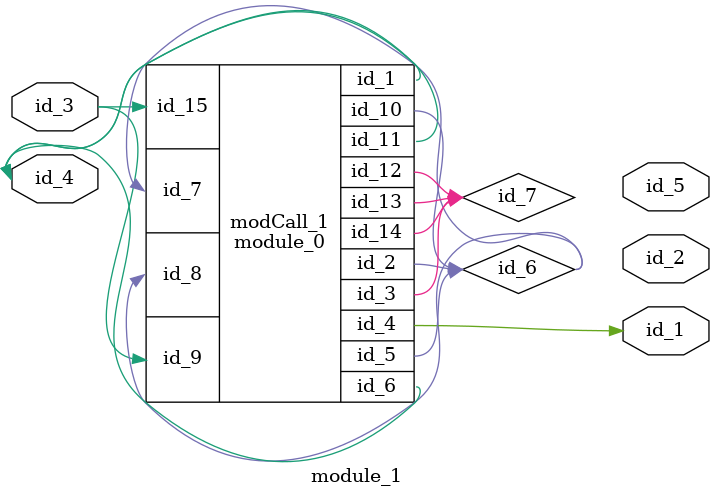
<source format=v>
module module_0 (
    id_1,
    id_2,
    id_3,
    id_4,
    id_5,
    id_6,
    id_7,
    id_8,
    id_9,
    id_10,
    id_11,
    id_12,
    id_13,
    id_14,
    id_15
);
  input wire id_15;
  inout wire id_14;
  output wire id_13;
  inout wire id_12;
  output wire id_11;
  inout wire id_10;
  input wire id_9;
  input wire id_8;
  input wire id_7;
  inout wire id_6;
  output wire id_5;
  output wire id_4;
  inout wire id_3;
  inout wire id_2;
  output wire id_1;
  wire id_16;
endmodule
module module_1 (
    id_1,
    id_2,
    id_3,
    id_4,
    id_5
);
  output wire id_5;
  inout wire id_4;
  input wire id_3;
  output wire id_2;
  output wire id_1;
  wire id_6;
  wire id_7;
  module_0 modCall_1 (
      id_4,
      id_6,
      id_7,
      id_1,
      id_6,
      id_4,
      id_6,
      id_6,
      id_3,
      id_6,
      id_4,
      id_7,
      id_7,
      id_7,
      id_3
  );
endmodule

</source>
